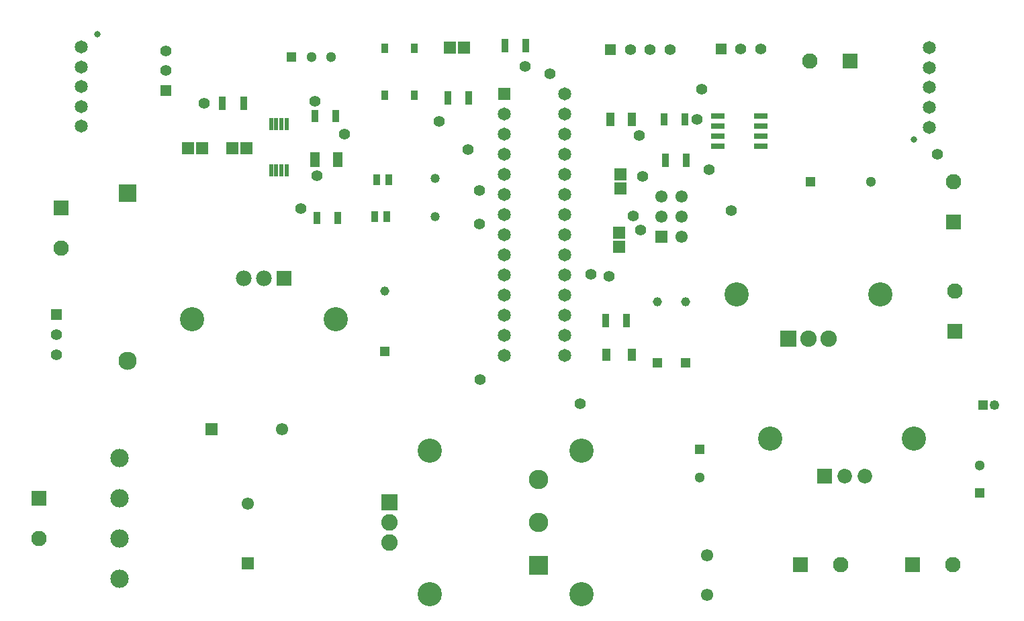
<source format=gts>
G04*
G04 #@! TF.GenerationSoftware,Altium Limited,Altium Designer,24.1.2 (44)*
G04*
G04 Layer_Color=8388736*
%FSLAX44Y44*%
%MOMM*%
G71*
G04*
G04 #@! TF.SameCoordinates,48E260C1-2FA9-4A74-8A97-B6B365FA718B*
G04*
G04*
G04 #@! TF.FilePolarity,Negative*
G04*
G01*
G75*
%ADD17R,0.9561X1.6582*%
%ADD18R,0.9500X1.3500*%
%ADD19R,0.9561X1.6098*%
%ADD20R,1.5046X1.5562*%
%ADD21R,1.0000X1.5000*%
%ADD22R,1.5562X1.5046*%
%ADD28R,1.6750X0.8000*%
%ADD29R,0.9000X1.1500*%
%ADD30R,0.6000X1.6250*%
%ADD31R,1.2500X1.8500*%
%ADD32R,1.0500X1.7500*%
%ADD33C,0.1500*%
%ADD34C,1.4000*%
%ADD35R,1.4000X1.4000*%
%ADD36C,1.6500*%
%ADD37C,0.8000*%
%ADD38R,1.6500X1.6500*%
%ADD39C,1.3000*%
%ADD40R,1.3000X1.3000*%
%ADD41C,3.0500*%
%ADD42C,1.1500*%
%ADD43R,1.1500X1.1500*%
%ADD44C,1.1800*%
%ADD45C,2.3000*%
%ADD46R,2.3000X2.3000*%
%ADD47R,1.9650X1.9650*%
%ADD48C,1.9650*%
%ADD49R,1.3000X1.3000*%
%ADD50C,2.3250*%
%ADD51R,1.9500X1.9500*%
%ADD52C,1.9500*%
%ADD53R,1.9500X1.9500*%
%ADD54R,1.5500X1.5500*%
%ADD55C,1.5500*%
%ADD56R,1.2500X1.2500*%
%ADD57C,1.2500*%
%ADD58C,1.5500*%
%ADD59C,2.4500*%
%ADD60R,2.4500X2.4500*%
%ADD61R,1.4000X1.4000*%
%ADD62R,2.0850X2.0850*%
%ADD63C,2.0850*%
%ADD64C,1.8500*%
%ADD65R,1.8500X1.8500*%
%ADD66R,1.5500X1.5500*%
%ADD67R,2.0700X2.0700*%
%ADD68C,2.0700*%
%ADD69C,1.4200*%
D17*
X790501Y388620D02*
D03*
X763979D02*
D03*
X280818Y662940D02*
D03*
X307340D02*
D03*
X838909Y590550D02*
D03*
X865431D02*
D03*
X636979Y735330D02*
D03*
X663501D02*
D03*
X591111Y669290D02*
D03*
X564589D02*
D03*
D18*
X472680Y519160D02*
D03*
X487680D02*
D03*
X475220Y566420D02*
D03*
X490220D02*
D03*
D19*
X399739Y518160D02*
D03*
X425761D02*
D03*
X423221Y646430D02*
D03*
X397199D02*
D03*
X863911Y642620D02*
D03*
X837889D02*
D03*
D20*
X255438Y605790D02*
D03*
X237322D02*
D03*
X293034D02*
D03*
X311150D02*
D03*
X585470Y732790D02*
D03*
X567354D02*
D03*
D21*
X765050Y345440D02*
D03*
X797050D02*
D03*
D22*
X782320Y554990D02*
D03*
Y573106D02*
D03*
X781050Y481162D02*
D03*
Y499278D02*
D03*
D28*
X905060Y608330D02*
D03*
Y621030D02*
D03*
Y633730D02*
D03*
Y646430D02*
D03*
X959300D02*
D03*
Y633730D02*
D03*
Y621030D02*
D03*
Y608330D02*
D03*
D29*
X485440Y672310D02*
D03*
Y732310D02*
D03*
X522940Y672310D02*
D03*
Y732310D02*
D03*
D30*
X361540Y636440D02*
D03*
X355040D02*
D03*
X348540D02*
D03*
X342040D02*
D03*
Y577680D02*
D03*
X348540D02*
D03*
X355040D02*
D03*
X361540D02*
D03*
D31*
X396980Y591820D02*
D03*
X425980D02*
D03*
D32*
X797090Y642620D02*
D03*
X770090D02*
D03*
D33*
X1253456Y31750D02*
D03*
X31750Y38100D02*
D03*
Y773430D02*
D03*
X1253456Y770890D02*
D03*
D34*
X71120Y345440D02*
D03*
Y370440D02*
D03*
X209550Y703980D02*
D03*
Y728980D02*
D03*
X795220Y730420D02*
D03*
X820220D02*
D03*
X845220D02*
D03*
X959320Y731520D02*
D03*
X934320D02*
D03*
D35*
X71120Y395440D02*
D03*
X209550Y678980D02*
D03*
D36*
X1172210Y632460D02*
D03*
Y657460D02*
D03*
Y682460D02*
D03*
Y707460D02*
D03*
Y732460D02*
D03*
X636270Y648970D02*
D03*
Y623570D02*
D03*
Y598170D02*
D03*
Y572770D02*
D03*
Y547370D02*
D03*
Y521970D02*
D03*
Y496570D02*
D03*
Y471170D02*
D03*
Y445770D02*
D03*
Y420370D02*
D03*
Y394970D02*
D03*
Y369570D02*
D03*
Y344170D02*
D03*
X712470Y674370D02*
D03*
Y648970D02*
D03*
Y623570D02*
D03*
Y598170D02*
D03*
Y572770D02*
D03*
Y547370D02*
D03*
Y521970D02*
D03*
Y496570D02*
D03*
Y471170D02*
D03*
Y445770D02*
D03*
Y420370D02*
D03*
Y394970D02*
D03*
Y369570D02*
D03*
Y344170D02*
D03*
X102870Y633660D02*
D03*
Y658660D02*
D03*
Y683660D02*
D03*
Y708660D02*
D03*
Y733660D02*
D03*
D37*
X1152210Y616460D02*
D03*
X122870Y749660D02*
D03*
D38*
X636270Y674370D02*
D03*
D39*
X882650Y190500D02*
D03*
X392830Y721360D02*
D03*
X417830D02*
D03*
X1235710Y205460D02*
D03*
X1098450Y563880D02*
D03*
D40*
X882650Y225500D02*
D03*
X1235710Y170460D02*
D03*
D41*
X733630Y223850D02*
D03*
Y42850D02*
D03*
X242240Y390320D02*
D03*
X423240D02*
D03*
X971220Y239600D02*
D03*
X1152220D02*
D03*
X1110310Y421210D02*
D03*
X929310D02*
D03*
X541860Y42850D02*
D03*
Y223850D02*
D03*
D42*
X485140Y425700D02*
D03*
X829310Y411730D02*
D03*
X864870D02*
D03*
D43*
X485140Y349000D02*
D03*
X829310Y335030D02*
D03*
X864870D02*
D03*
D44*
X548640Y567960D02*
D03*
Y519160D02*
D03*
D45*
X161290Y337650D02*
D03*
D46*
Y548810D02*
D03*
D47*
X358140Y441960D02*
D03*
D48*
X332740D02*
D03*
X307340D02*
D03*
D49*
X367830Y721360D02*
D03*
X1022450Y563880D02*
D03*
D50*
X151130Y215030D02*
D03*
Y164030D02*
D03*
Y113030D02*
D03*
Y62030D02*
D03*
D51*
X1071880Y716280D02*
D03*
X1150620Y80010D02*
D03*
X1009650D02*
D03*
D52*
X1021080Y716280D02*
D03*
X1203960Y425450D02*
D03*
X77470Y480060D02*
D03*
X1202690Y563880D02*
D03*
X1201420Y80010D02*
D03*
X1060450D02*
D03*
X49530Y113030D02*
D03*
D53*
X1203960Y374650D02*
D03*
X77470Y530860D02*
D03*
X1202690Y513080D02*
D03*
X49530Y163830D02*
D03*
D54*
X834390Y494030D02*
D03*
X312420Y81880D02*
D03*
D55*
X834390Y519430D02*
D03*
Y544830D02*
D03*
X859790Y494030D02*
D03*
Y519430D02*
D03*
Y544830D02*
D03*
X312420Y156880D02*
D03*
X355550Y251460D02*
D03*
D56*
X1239520Y281940D02*
D03*
D57*
X1254520D02*
D03*
D58*
X891540Y92310D02*
D03*
Y42310D02*
D03*
D59*
X679450Y187850D02*
D03*
Y133350D02*
D03*
D60*
Y78850D02*
D03*
D61*
X770220Y730420D02*
D03*
X909320Y731520D02*
D03*
D62*
X491490Y158750D02*
D03*
D63*
Y133350D02*
D03*
Y107950D02*
D03*
D64*
X1090930Y191770D02*
D03*
X1065530D02*
D03*
D65*
X1040130D02*
D03*
D66*
X266750Y251460D02*
D03*
D67*
X994410Y365760D02*
D03*
D68*
X1019810D02*
D03*
X1045210D02*
D03*
D69*
X806450Y622300D02*
D03*
X731520Y283210D02*
D03*
X605790Y313690D02*
D03*
X604520Y552450D02*
D03*
X379730Y529590D02*
D03*
X553720Y640080D02*
D03*
X400050Y571500D02*
D03*
X922020Y527050D02*
D03*
X745490Y447040D02*
D03*
X1182370Y598170D02*
D03*
X885190Y680720D02*
D03*
X894080Y579120D02*
D03*
X768350Y444500D02*
D03*
X807720Y502920D02*
D03*
X878840Y642620D02*
D03*
X810260Y570230D02*
D03*
X798830Y520700D02*
D03*
X662585Y709245D02*
D03*
X693420Y699770D02*
D03*
X604520Y510540D02*
D03*
X590550Y604520D02*
D03*
X397510Y665480D02*
D03*
X434340Y623570D02*
D03*
X257810Y662940D02*
D03*
M02*

</source>
